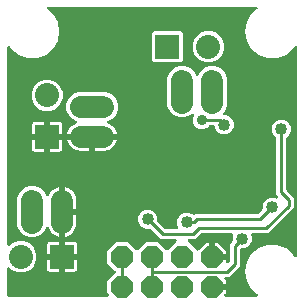
<source format=gbr>
G04 EAGLE Gerber RS-274X export*
G75*
%MOMM*%
%FSLAX34Y34*%
%LPD*%
%INBottom Copper*%
%IPPOS*%
%AMOC8*
5,1,8,0,0,1.08239X$1,22.5*%
G01*
%ADD10C,1.879600*%
%ADD11R,2.032000X2.032000*%
%ADD12C,2.032000*%
%ADD13P,2.034460X8X22.500000*%
%ADD14C,1.016000*%
%ADD15C,0.254000*%
%ADD16C,0.889000*%

G36*
X89453Y4336D02*
X89453Y4336D01*
X89591Y4349D01*
X89610Y4356D01*
X89630Y4359D01*
X89759Y4410D01*
X89890Y4457D01*
X89907Y4468D01*
X89926Y4476D01*
X90038Y4557D01*
X90154Y4635D01*
X90167Y4651D01*
X90183Y4662D01*
X90272Y4770D01*
X90364Y4874D01*
X90373Y4892D01*
X90386Y4907D01*
X90445Y5033D01*
X90509Y5157D01*
X90513Y5177D01*
X90522Y5195D01*
X90548Y5332D01*
X90578Y5467D01*
X90578Y5488D01*
X90581Y5507D01*
X90573Y5646D01*
X90569Y5785D01*
X90563Y5805D01*
X90562Y5825D01*
X90519Y5957D01*
X90480Y6091D01*
X90470Y6108D01*
X90464Y6127D01*
X90389Y6245D01*
X90319Y6365D01*
X90300Y6386D01*
X90293Y6396D01*
X90278Y6410D01*
X90212Y6485D01*
X89153Y7544D01*
X89153Y17856D01*
X95800Y24503D01*
X95873Y24597D01*
X95952Y24686D01*
X95970Y24722D01*
X95995Y24754D01*
X96043Y24863D01*
X96097Y24969D01*
X96105Y25008D01*
X96121Y25046D01*
X96140Y25163D01*
X96166Y25279D01*
X96165Y25320D01*
X96171Y25360D01*
X96160Y25478D01*
X96157Y25597D01*
X96145Y25636D01*
X96142Y25676D01*
X96101Y25789D01*
X96068Y25903D01*
X96048Y25938D01*
X96034Y25976D01*
X95967Y26074D01*
X95907Y26177D01*
X95867Y26222D01*
X95855Y26239D01*
X95840Y26252D01*
X95800Y26298D01*
X89153Y32944D01*
X89153Y43256D01*
X96444Y50547D01*
X106756Y50547D01*
X113402Y43900D01*
X113497Y43827D01*
X113586Y43748D01*
X113622Y43730D01*
X113654Y43705D01*
X113763Y43658D01*
X113869Y43603D01*
X113908Y43595D01*
X113946Y43579D01*
X114063Y43560D01*
X114179Y43534D01*
X114220Y43535D01*
X114260Y43529D01*
X114378Y43540D01*
X114497Y43543D01*
X114536Y43555D01*
X114576Y43558D01*
X114689Y43599D01*
X114803Y43632D01*
X114837Y43652D01*
X114876Y43666D01*
X114974Y43733D01*
X115077Y43793D01*
X115122Y43833D01*
X115139Y43845D01*
X115152Y43860D01*
X115197Y43900D01*
X121844Y50547D01*
X132156Y50547D01*
X138802Y43900D01*
X138897Y43827D01*
X138986Y43748D01*
X139022Y43730D01*
X139054Y43705D01*
X139163Y43658D01*
X139269Y43603D01*
X139308Y43595D01*
X139346Y43579D01*
X139463Y43560D01*
X139579Y43534D01*
X139620Y43535D01*
X139660Y43529D01*
X139778Y43540D01*
X139897Y43543D01*
X139936Y43555D01*
X139976Y43558D01*
X140089Y43599D01*
X140203Y43632D01*
X140237Y43652D01*
X140276Y43666D01*
X140374Y43733D01*
X140477Y43793D01*
X140522Y43833D01*
X140539Y43845D01*
X140552Y43860D01*
X140597Y43900D01*
X147362Y50665D01*
X147447Y50774D01*
X147536Y50881D01*
X147545Y50900D01*
X147557Y50916D01*
X147613Y51044D01*
X147672Y51169D01*
X147675Y51189D01*
X147684Y51208D01*
X147705Y51346D01*
X147731Y51482D01*
X147730Y51502D01*
X147733Y51522D01*
X147720Y51661D01*
X147712Y51799D01*
X147705Y51818D01*
X147704Y51838D01*
X147656Y51970D01*
X147614Y52101D01*
X147603Y52119D01*
X147596Y52138D01*
X147518Y52253D01*
X147443Y52370D01*
X147429Y52384D01*
X147417Y52401D01*
X147313Y52493D01*
X147212Y52588D01*
X147194Y52598D01*
X147179Y52611D01*
X147055Y52675D01*
X146933Y52742D01*
X146914Y52747D01*
X146896Y52756D01*
X146760Y52786D01*
X146625Y52821D01*
X146597Y52823D01*
X146585Y52826D01*
X146565Y52825D01*
X146465Y52831D01*
X134101Y52831D01*
X125583Y61350D01*
X125505Y61410D01*
X125432Y61478D01*
X125379Y61507D01*
X125332Y61544D01*
X125241Y61584D01*
X125154Y61632D01*
X125095Y61647D01*
X125040Y61671D01*
X124942Y61686D01*
X124846Y61711D01*
X124746Y61717D01*
X124726Y61721D01*
X124713Y61719D01*
X124685Y61721D01*
X121573Y61721D01*
X118585Y62959D01*
X116299Y65245D01*
X115061Y68233D01*
X115061Y71467D01*
X116299Y74455D01*
X118585Y76741D01*
X121573Y77979D01*
X124807Y77979D01*
X127795Y76741D01*
X130081Y74455D01*
X131319Y71467D01*
X131319Y68355D01*
X131331Y68256D01*
X131334Y68157D01*
X131351Y68099D01*
X131359Y68039D01*
X131395Y67947D01*
X131423Y67852D01*
X131453Y67800D01*
X131476Y67743D01*
X131534Y67663D01*
X131584Y67578D01*
X131650Y67503D01*
X131662Y67486D01*
X131672Y67478D01*
X131690Y67457D01*
X137307Y61840D01*
X137385Y61780D01*
X137458Y61712D01*
X137511Y61683D01*
X137558Y61646D01*
X137649Y61606D01*
X137736Y61558D01*
X137795Y61543D01*
X137850Y61519D01*
X137948Y61504D01*
X138044Y61479D01*
X138144Y61473D01*
X138164Y61469D01*
X138177Y61471D01*
X138205Y61469D01*
X147931Y61469D01*
X147981Y61475D01*
X148030Y61473D01*
X148138Y61495D01*
X148247Y61509D01*
X148293Y61527D01*
X148342Y61537D01*
X148441Y61585D01*
X148543Y61626D01*
X148583Y61655D01*
X148628Y61677D01*
X148711Y61748D01*
X148800Y61812D01*
X148832Y61851D01*
X148870Y61883D01*
X148933Y61973D01*
X149003Y62057D01*
X149024Y62102D01*
X149053Y62143D01*
X149092Y62246D01*
X149138Y62345D01*
X149148Y62394D01*
X149165Y62440D01*
X149178Y62550D01*
X149198Y62657D01*
X149195Y62707D01*
X149201Y62756D01*
X149185Y62865D01*
X149178Y62975D01*
X149163Y63022D01*
X149156Y63071D01*
X149104Y63224D01*
X148081Y65693D01*
X148081Y68927D01*
X149319Y71915D01*
X151605Y74201D01*
X154593Y75439D01*
X157827Y75439D01*
X160815Y74201D01*
X161182Y73834D01*
X161276Y73761D01*
X161365Y73682D01*
X161401Y73664D01*
X161433Y73639D01*
X161542Y73592D01*
X161648Y73538D01*
X161688Y73529D01*
X161725Y73513D01*
X161842Y73494D01*
X161958Y73468D01*
X161999Y73469D01*
X162039Y73463D01*
X162157Y73474D01*
X162276Y73478D01*
X162315Y73489D01*
X162355Y73493D01*
X162468Y73533D01*
X162582Y73566D01*
X162617Y73587D01*
X162655Y73600D01*
X162753Y73667D01*
X162856Y73728D01*
X162901Y73768D01*
X162918Y73779D01*
X162931Y73794D01*
X162977Y73834D01*
X163311Y74169D01*
X216125Y74169D01*
X216224Y74181D01*
X216323Y74184D01*
X216381Y74201D01*
X216441Y74209D01*
X216533Y74245D01*
X216628Y74273D01*
X216680Y74303D01*
X216737Y74326D01*
X216817Y74384D01*
X216902Y74434D01*
X216977Y74500D01*
X216994Y74512D01*
X217002Y74522D01*
X217023Y74540D01*
X220100Y77617D01*
X220160Y77695D01*
X220228Y77767D01*
X220257Y77820D01*
X220294Y77868D01*
X220334Y77959D01*
X220382Y78046D01*
X220397Y78105D01*
X220421Y78160D01*
X220436Y78258D01*
X220461Y78354D01*
X220467Y78454D01*
X220471Y78474D01*
X220469Y78487D01*
X220471Y78515D01*
X220471Y81627D01*
X221709Y84615D01*
X223995Y86901D01*
X226983Y88139D01*
X230217Y88139D01*
X231947Y87422D01*
X232014Y87404D01*
X232078Y87376D01*
X232167Y87362D01*
X232254Y87338D01*
X232323Y87337D01*
X232392Y87326D01*
X232482Y87335D01*
X232572Y87333D01*
X232639Y87349D01*
X232709Y87356D01*
X232794Y87386D01*
X232881Y87407D01*
X232943Y87440D01*
X233008Y87464D01*
X233083Y87514D01*
X233162Y87556D01*
X233214Y87603D01*
X233271Y87642D01*
X233331Y87709D01*
X233397Y87770D01*
X233436Y87828D01*
X233482Y87881D01*
X233523Y87961D01*
X233572Y88036D01*
X233595Y88102D01*
X233626Y88164D01*
X233646Y88251D01*
X233675Y88336D01*
X233681Y88406D01*
X233696Y88474D01*
X233693Y88564D01*
X233701Y88653D01*
X233689Y88722D01*
X233686Y88792D01*
X233661Y88878D01*
X233646Y88967D01*
X233617Y89030D01*
X233598Y89097D01*
X233552Y89175D01*
X233516Y89257D01*
X233472Y89311D01*
X233437Y89371D01*
X233330Y89492D01*
X231901Y90921D01*
X231901Y138347D01*
X231889Y138445D01*
X231886Y138544D01*
X231869Y138603D01*
X231861Y138663D01*
X231825Y138755D01*
X231797Y138850D01*
X231767Y138902D01*
X231744Y138958D01*
X231686Y139038D01*
X231636Y139124D01*
X231570Y139199D01*
X231558Y139216D01*
X231548Y139224D01*
X231530Y139245D01*
X229329Y141445D01*
X228091Y144433D01*
X228091Y147667D01*
X229329Y150655D01*
X231615Y152941D01*
X234603Y154179D01*
X237837Y154179D01*
X240825Y152941D01*
X243111Y150655D01*
X244349Y147667D01*
X244349Y144433D01*
X243111Y141445D01*
X240910Y139245D01*
X240850Y139166D01*
X240782Y139094D01*
X240753Y139041D01*
X240716Y138993D01*
X240676Y138902D01*
X240628Y138816D01*
X240613Y138757D01*
X240589Y138702D01*
X240574Y138604D01*
X240549Y138508D01*
X240543Y138408D01*
X240539Y138387D01*
X240541Y138375D01*
X240539Y138347D01*
X240539Y95025D01*
X240551Y94926D01*
X240554Y94827D01*
X240571Y94769D01*
X240579Y94709D01*
X240615Y94617D01*
X240643Y94522D01*
X240673Y94470D01*
X240696Y94413D01*
X240754Y94333D01*
X240804Y94248D01*
X240870Y94173D01*
X240882Y94156D01*
X240892Y94148D01*
X240910Y94127D01*
X246889Y88149D01*
X246889Y79491D01*
X225309Y57911D01*
X212005Y57911D01*
X211955Y57905D01*
X211906Y57907D01*
X211798Y57885D01*
X211689Y57871D01*
X211643Y57853D01*
X211594Y57843D01*
X211496Y57795D01*
X211393Y57754D01*
X211353Y57725D01*
X211308Y57703D01*
X211225Y57632D01*
X211136Y57568D01*
X211104Y57529D01*
X211066Y57497D01*
X211003Y57407D01*
X210933Y57323D01*
X210912Y57278D01*
X210883Y57237D01*
X210844Y57134D01*
X210798Y57035D01*
X210788Y56986D01*
X210771Y56940D01*
X210758Y56830D01*
X210738Y56723D01*
X210741Y56673D01*
X210735Y56624D01*
X210751Y56515D01*
X210758Y56405D01*
X210773Y56358D01*
X210780Y56309D01*
X210832Y56156D01*
X211329Y54957D01*
X211329Y51723D01*
X210091Y48735D01*
X207805Y46449D01*
X204817Y45211D01*
X202438Y45211D01*
X202320Y45196D01*
X202201Y45189D01*
X202163Y45176D01*
X202122Y45171D01*
X202012Y45128D01*
X201899Y45091D01*
X201864Y45069D01*
X201827Y45054D01*
X201731Y44985D01*
X201630Y44921D01*
X201602Y44891D01*
X201569Y44868D01*
X201493Y44776D01*
X201412Y44689D01*
X201392Y44654D01*
X201367Y44623D01*
X201316Y44515D01*
X201258Y44411D01*
X201248Y44371D01*
X201231Y44335D01*
X201209Y44218D01*
X201179Y44103D01*
X201175Y44043D01*
X201171Y44023D01*
X201173Y44002D01*
X201169Y43942D01*
X201169Y29961D01*
X192289Y21081D01*
X189367Y21081D01*
X189229Y21064D01*
X189090Y21051D01*
X189071Y21044D01*
X189051Y21041D01*
X188922Y20990D01*
X188791Y20943D01*
X188774Y20932D01*
X188756Y20924D01*
X188643Y20843D01*
X188528Y20765D01*
X188515Y20749D01*
X188498Y20738D01*
X188409Y20630D01*
X188318Y20526D01*
X188308Y20508D01*
X188295Y20493D01*
X188236Y20367D01*
X188173Y20243D01*
X188169Y20223D01*
X188160Y20205D01*
X188134Y20068D01*
X188103Y19933D01*
X188104Y19912D01*
X188100Y19893D01*
X188109Y19754D01*
X188113Y19615D01*
X188119Y19595D01*
X188120Y19575D01*
X188163Y19443D01*
X188201Y19309D01*
X188212Y19292D01*
X188218Y19273D01*
X188292Y19155D01*
X188363Y19035D01*
X188382Y19014D01*
X188388Y19004D01*
X188403Y18990D01*
X188469Y18915D01*
X189739Y17645D01*
X189739Y15239D01*
X179070Y15239D01*
X178952Y15224D01*
X178833Y15217D01*
X178795Y15204D01*
X178755Y15199D01*
X178644Y15156D01*
X178531Y15119D01*
X178497Y15097D01*
X178459Y15082D01*
X178363Y15012D01*
X178262Y14949D01*
X178234Y14919D01*
X178202Y14895D01*
X178126Y14804D01*
X178044Y14717D01*
X178025Y14682D01*
X177999Y14651D01*
X177948Y14543D01*
X177891Y14439D01*
X177880Y14399D01*
X177863Y14363D01*
X177841Y14246D01*
X177811Y14131D01*
X177807Y14070D01*
X177803Y14050D01*
X177805Y14030D01*
X177801Y13970D01*
X177801Y11430D01*
X177816Y11312D01*
X177823Y11193D01*
X177836Y11155D01*
X177841Y11114D01*
X177885Y11004D01*
X177921Y10891D01*
X177943Y10856D01*
X177958Y10819D01*
X178028Y10723D01*
X178091Y10622D01*
X178121Y10594D01*
X178145Y10561D01*
X178236Y10486D01*
X178323Y10404D01*
X178358Y10384D01*
X178390Y10359D01*
X178497Y10308D01*
X178602Y10250D01*
X178641Y10240D01*
X178677Y10223D01*
X178794Y10201D01*
X178909Y10171D01*
X178970Y10167D01*
X178990Y10163D01*
X179010Y10165D01*
X179070Y10161D01*
X189739Y10161D01*
X189739Y7755D01*
X188469Y6485D01*
X188384Y6376D01*
X188295Y6269D01*
X188287Y6250D01*
X188274Y6234D01*
X188219Y6106D01*
X188160Y5981D01*
X188156Y5961D01*
X188148Y5942D01*
X188126Y5804D01*
X188100Y5668D01*
X188101Y5648D01*
X188098Y5628D01*
X188111Y5489D01*
X188120Y5351D01*
X188126Y5332D01*
X188128Y5312D01*
X188175Y5180D01*
X188218Y5049D01*
X188229Y5031D01*
X188236Y5012D01*
X188314Y4897D01*
X188388Y4780D01*
X188403Y4766D01*
X188414Y4749D01*
X188519Y4657D01*
X188620Y4562D01*
X188637Y4552D01*
X188653Y4539D01*
X188777Y4475D01*
X188898Y4408D01*
X188918Y4403D01*
X188936Y4394D01*
X189072Y4364D01*
X189206Y4329D01*
X189234Y4327D01*
X189246Y4324D01*
X189267Y4325D01*
X189367Y4319D01*
X215067Y4319D01*
X215102Y4323D01*
X215137Y4321D01*
X215259Y4343D01*
X215382Y4359D01*
X215415Y4372D01*
X215450Y4378D01*
X215563Y4430D01*
X215678Y4476D01*
X215706Y4496D01*
X215739Y4511D01*
X215835Y4590D01*
X215935Y4662D01*
X215958Y4690D01*
X215985Y4712D01*
X216059Y4812D01*
X216138Y4907D01*
X216153Y4939D01*
X216174Y4968D01*
X216221Y5083D01*
X216274Y5195D01*
X216280Y5230D01*
X216293Y5263D01*
X216310Y5386D01*
X216333Y5507D01*
X216331Y5543D01*
X216336Y5578D01*
X216321Y5701D01*
X216314Y5825D01*
X216303Y5859D01*
X216298Y5894D01*
X216254Y6009D01*
X216216Y6127D01*
X216197Y6157D01*
X216184Y6190D01*
X216112Y6291D01*
X216045Y6396D01*
X216020Y6420D01*
X215999Y6449D01*
X215882Y6560D01*
X211015Y10644D01*
X207029Y17549D01*
X205645Y25400D01*
X207029Y33251D01*
X211015Y40155D01*
X217122Y45280D01*
X224614Y48007D01*
X232586Y48007D01*
X240078Y45280D01*
X246185Y40156D01*
X247313Y38202D01*
X247401Y38086D01*
X247486Y37968D01*
X247497Y37959D01*
X247505Y37949D01*
X247619Y37858D01*
X247731Y37765D01*
X247744Y37759D01*
X247754Y37751D01*
X247888Y37691D01*
X248019Y37630D01*
X248032Y37627D01*
X248045Y37622D01*
X248189Y37597D01*
X248332Y37570D01*
X248345Y37571D01*
X248358Y37568D01*
X248504Y37581D01*
X248649Y37590D01*
X248662Y37594D01*
X248675Y37595D01*
X248813Y37643D01*
X248951Y37688D01*
X248963Y37695D01*
X248976Y37699D01*
X249097Y37780D01*
X249220Y37858D01*
X249229Y37868D01*
X249241Y37875D01*
X249338Y37983D01*
X249438Y38089D01*
X249445Y38101D01*
X249454Y38111D01*
X249521Y38240D01*
X249592Y38368D01*
X249595Y38381D01*
X249601Y38393D01*
X249635Y38535D01*
X249671Y38676D01*
X249672Y38694D01*
X249674Y38702D01*
X249674Y38720D01*
X249681Y38837D01*
X249681Y215163D01*
X249663Y215308D01*
X249648Y215453D01*
X249643Y215466D01*
X249641Y215479D01*
X249588Y215614D01*
X249537Y215751D01*
X249529Y215762D01*
X249524Y215775D01*
X249439Y215892D01*
X249356Y216012D01*
X249345Y216021D01*
X249338Y216032D01*
X249226Y216125D01*
X249115Y216220D01*
X249103Y216226D01*
X249093Y216235D01*
X248961Y216297D01*
X248830Y216362D01*
X248817Y216365D01*
X248805Y216370D01*
X248663Y216398D01*
X248519Y216428D01*
X248506Y216428D01*
X248493Y216430D01*
X248348Y216421D01*
X248202Y216415D01*
X248188Y216411D01*
X248175Y216410D01*
X248037Y216366D01*
X247897Y216324D01*
X247885Y216317D01*
X247873Y216312D01*
X247750Y216235D01*
X247625Y216159D01*
X247615Y216149D01*
X247604Y216142D01*
X247504Y216036D01*
X247402Y215932D01*
X247392Y215917D01*
X247386Y215911D01*
X247378Y215896D01*
X247313Y215798D01*
X246185Y213845D01*
X240078Y208720D01*
X232586Y205993D01*
X224614Y205993D01*
X217122Y208720D01*
X211015Y213844D01*
X207029Y220749D01*
X205645Y228600D01*
X207029Y236451D01*
X211015Y243355D01*
X215882Y247440D01*
X215906Y247466D01*
X215935Y247486D01*
X216014Y247582D01*
X216099Y247673D01*
X216115Y247704D01*
X216138Y247731D01*
X216191Y247844D01*
X216250Y247953D01*
X216258Y247987D01*
X216274Y248019D01*
X216297Y248141D01*
X216327Y248261D01*
X216327Y248297D01*
X216333Y248332D01*
X216326Y248455D01*
X216325Y248579D01*
X216316Y248614D01*
X216314Y248649D01*
X216275Y248767D01*
X216244Y248887D01*
X216226Y248918D01*
X216216Y248951D01*
X216149Y249056D01*
X216089Y249165D01*
X216064Y249190D01*
X216045Y249220D01*
X215955Y249305D01*
X215870Y249395D01*
X215840Y249414D01*
X215814Y249438D01*
X215705Y249498D01*
X215600Y249564D01*
X215566Y249575D01*
X215535Y249592D01*
X215415Y249623D01*
X215297Y249660D01*
X215262Y249662D01*
X215227Y249671D01*
X215067Y249681D01*
X38933Y249681D01*
X38898Y249677D01*
X38863Y249679D01*
X38741Y249657D01*
X38618Y249641D01*
X38585Y249628D01*
X38550Y249622D01*
X38437Y249570D01*
X38322Y249524D01*
X38294Y249504D01*
X38261Y249489D01*
X38165Y249410D01*
X38065Y249338D01*
X38042Y249310D01*
X38015Y249288D01*
X37941Y249188D01*
X37862Y249093D01*
X37847Y249061D01*
X37826Y249032D01*
X37779Y248917D01*
X37726Y248805D01*
X37720Y248770D01*
X37707Y248737D01*
X37690Y248614D01*
X37667Y248493D01*
X37669Y248457D01*
X37664Y248422D01*
X37679Y248299D01*
X37686Y248175D01*
X37697Y248141D01*
X37702Y248106D01*
X37746Y247991D01*
X37784Y247873D01*
X37803Y247843D01*
X37816Y247810D01*
X37888Y247709D01*
X37955Y247604D01*
X37980Y247580D01*
X38001Y247551D01*
X38118Y247440D01*
X42985Y243356D01*
X46971Y236451D01*
X48355Y228600D01*
X46971Y220749D01*
X42985Y213845D01*
X36878Y208720D01*
X29386Y205993D01*
X21414Y205993D01*
X13922Y208720D01*
X7815Y213844D01*
X6687Y215798D01*
X6599Y215914D01*
X6514Y216032D01*
X6503Y216041D01*
X6495Y216051D01*
X6381Y216142D01*
X6269Y216235D01*
X6256Y216241D01*
X6246Y216249D01*
X6112Y216309D01*
X5981Y216370D01*
X5968Y216373D01*
X5955Y216378D01*
X5811Y216403D01*
X5668Y216430D01*
X5655Y216429D01*
X5642Y216432D01*
X5496Y216419D01*
X5351Y216410D01*
X5338Y216406D01*
X5325Y216405D01*
X5187Y216357D01*
X5049Y216312D01*
X5037Y216305D01*
X5024Y216301D01*
X4903Y216220D01*
X4780Y216142D01*
X4771Y216132D01*
X4759Y216125D01*
X4662Y216017D01*
X4562Y215911D01*
X4555Y215899D01*
X4546Y215889D01*
X4479Y215760D01*
X4408Y215632D01*
X4405Y215619D01*
X4399Y215607D01*
X4365Y215465D01*
X4329Y215324D01*
X4328Y215306D01*
X4326Y215298D01*
X4326Y215280D01*
X4319Y215163D01*
X4319Y48363D01*
X4336Y48225D01*
X4349Y48087D01*
X4356Y48067D01*
X4359Y48047D01*
X4410Y47919D01*
X4457Y47787D01*
X4468Y47771D01*
X4476Y47752D01*
X4557Y47639D01*
X4635Y47524D01*
X4651Y47511D01*
X4662Y47494D01*
X4770Y47406D01*
X4874Y47314D01*
X4892Y47305D01*
X4907Y47292D01*
X5033Y47232D01*
X5157Y47169D01*
X5177Y47165D01*
X5195Y47156D01*
X5332Y47130D01*
X5467Y47099D01*
X5488Y47100D01*
X5507Y47096D01*
X5646Y47105D01*
X5785Y47109D01*
X5805Y47115D01*
X5825Y47116D01*
X5957Y47159D01*
X6091Y47198D01*
X6108Y47208D01*
X6127Y47214D01*
X6245Y47289D01*
X6365Y47359D01*
X6386Y47378D01*
X6396Y47384D01*
X6410Y47399D01*
X6485Y47465D01*
X8318Y49298D01*
X13173Y51309D01*
X18427Y51309D01*
X23282Y49298D01*
X26998Y45582D01*
X29009Y40727D01*
X29009Y35473D01*
X26998Y30618D01*
X23282Y26902D01*
X18427Y24891D01*
X13173Y24891D01*
X8318Y26902D01*
X6485Y28735D01*
X6376Y28820D01*
X6269Y28908D01*
X6250Y28917D01*
X6234Y28929D01*
X6106Y28985D01*
X5981Y29044D01*
X5961Y29048D01*
X5942Y29056D01*
X5804Y29078D01*
X5668Y29104D01*
X5648Y29102D01*
X5628Y29106D01*
X5489Y29093D01*
X5351Y29084D01*
X5332Y29078D01*
X5312Y29076D01*
X5180Y29029D01*
X5049Y28986D01*
X5031Y28975D01*
X5012Y28968D01*
X4897Y28890D01*
X4780Y28816D01*
X4766Y28801D01*
X4749Y28790D01*
X4657Y28685D01*
X4562Y28584D01*
X4552Y28566D01*
X4539Y28551D01*
X4475Y28427D01*
X4408Y28306D01*
X4403Y28286D01*
X4394Y28268D01*
X4364Y28132D01*
X4329Y27998D01*
X4327Y27970D01*
X4324Y27958D01*
X4325Y27937D01*
X4319Y27837D01*
X4319Y5588D01*
X4334Y5470D01*
X4341Y5351D01*
X4354Y5313D01*
X4359Y5272D01*
X4402Y5162D01*
X4439Y5049D01*
X4461Y5014D01*
X4476Y4977D01*
X4545Y4881D01*
X4609Y4780D01*
X4639Y4752D01*
X4662Y4719D01*
X4754Y4643D01*
X4841Y4562D01*
X4876Y4542D01*
X4907Y4517D01*
X5015Y4466D01*
X5119Y4408D01*
X5159Y4398D01*
X5195Y4381D01*
X5312Y4359D01*
X5427Y4329D01*
X5487Y4325D01*
X5507Y4321D01*
X5528Y4323D01*
X5588Y4319D01*
X89315Y4319D01*
X89453Y4336D01*
G37*
%LPC*%
G36*
X186343Y141731D02*
X186343Y141731D01*
X183355Y142969D01*
X181069Y145255D01*
X179811Y148293D01*
X179809Y148319D01*
X179796Y148357D01*
X179791Y148398D01*
X179748Y148508D01*
X179711Y148621D01*
X179689Y148656D01*
X179674Y148693D01*
X179605Y148789D01*
X179541Y148890D01*
X179511Y148918D01*
X179488Y148951D01*
X179396Y149027D01*
X179309Y149108D01*
X179274Y149128D01*
X179243Y149153D01*
X179135Y149204D01*
X179031Y149262D01*
X178991Y149272D01*
X178955Y149289D01*
X178838Y149311D01*
X178723Y149341D01*
X178663Y149345D01*
X178643Y149349D01*
X178622Y149347D01*
X178562Y149351D01*
X175715Y149351D01*
X175617Y149339D01*
X175518Y149336D01*
X175459Y149319D01*
X175399Y149311D01*
X175307Y149275D01*
X175212Y149247D01*
X175160Y149217D01*
X175104Y149194D01*
X175023Y149136D01*
X174938Y149086D01*
X174863Y149020D01*
X174846Y149008D01*
X174838Y148998D01*
X174817Y148980D01*
X173155Y147317D01*
X170401Y146176D01*
X167419Y146176D01*
X164665Y147317D01*
X162557Y149425D01*
X161416Y152179D01*
X161416Y155161D01*
X162266Y157213D01*
X162285Y157280D01*
X162312Y157344D01*
X162326Y157433D01*
X162350Y157519D01*
X162351Y157589D01*
X162362Y157658D01*
X162354Y157747D01*
X162355Y157837D01*
X162339Y157905D01*
X162332Y157975D01*
X162302Y158059D01*
X162281Y158147D01*
X162248Y158208D01*
X162225Y158274D01*
X162174Y158348D01*
X162132Y158428D01*
X162085Y158479D01*
X162046Y158537D01*
X161979Y158597D01*
X161918Y158663D01*
X161860Y158701D01*
X161808Y158748D01*
X161728Y158788D01*
X161653Y158838D01*
X161587Y158860D01*
X161525Y158892D01*
X161437Y158912D01*
X161352Y158941D01*
X161282Y158947D01*
X161214Y158962D01*
X161125Y158959D01*
X161035Y158966D01*
X160966Y158954D01*
X160896Y158952D01*
X160810Y158927D01*
X160722Y158912D01*
X160658Y158883D01*
X160591Y158864D01*
X160513Y158818D01*
X160432Y158781D01*
X160377Y158738D01*
X160317Y158702D01*
X160196Y158596D01*
X159451Y157850D01*
X154876Y155955D01*
X149924Y155955D01*
X145350Y157850D01*
X141848Y161352D01*
X139953Y165926D01*
X139953Y189674D01*
X141848Y194248D01*
X145350Y197750D01*
X149924Y199645D01*
X154876Y199645D01*
X159450Y197750D01*
X162952Y194249D01*
X163927Y191893D01*
X163996Y191772D01*
X164061Y191650D01*
X164075Y191635D01*
X164085Y191617D01*
X164182Y191517D01*
X164275Y191414D01*
X164292Y191403D01*
X164306Y191389D01*
X164424Y191316D01*
X164541Y191240D01*
X164560Y191233D01*
X164577Y191222D01*
X164710Y191182D01*
X164842Y191136D01*
X164862Y191135D01*
X164881Y191129D01*
X165020Y191122D01*
X165159Y191111D01*
X165179Y191115D01*
X165199Y191114D01*
X165335Y191142D01*
X165472Y191166D01*
X165491Y191174D01*
X165510Y191178D01*
X165635Y191239D01*
X165762Y191296D01*
X165778Y191309D01*
X165796Y191318D01*
X165902Y191408D01*
X166010Y191495D01*
X166023Y191511D01*
X166038Y191524D01*
X166118Y191638D01*
X166202Y191749D01*
X166214Y191774D01*
X166221Y191784D01*
X166228Y191803D01*
X166273Y191893D01*
X167248Y194248D01*
X170750Y197750D01*
X175324Y199645D01*
X180276Y199645D01*
X184850Y197750D01*
X188352Y194248D01*
X190247Y189674D01*
X190247Y165926D01*
X188352Y161352D01*
X187156Y160155D01*
X187071Y160046D01*
X186982Y159939D01*
X186973Y159920D01*
X186961Y159904D01*
X186906Y159777D01*
X186846Y159651D01*
X186843Y159631D01*
X186835Y159612D01*
X186813Y159474D01*
X186787Y159338D01*
X186788Y159318D01*
X186785Y159298D01*
X186798Y159159D01*
X186806Y159021D01*
X186813Y159002D01*
X186814Y158982D01*
X186862Y158850D01*
X186904Y158719D01*
X186915Y158701D01*
X186922Y158682D01*
X187000Y158567D01*
X187075Y158450D01*
X187089Y158436D01*
X187101Y158419D01*
X187205Y158327D01*
X187306Y158232D01*
X187324Y158222D01*
X187339Y158209D01*
X187463Y158145D01*
X187585Y158078D01*
X187604Y158073D01*
X187622Y158064D01*
X187758Y158034D01*
X187893Y157999D01*
X187921Y157997D01*
X187933Y157994D01*
X187953Y157995D01*
X188053Y157989D01*
X189577Y157989D01*
X192565Y156751D01*
X194851Y154465D01*
X196089Y151477D01*
X196089Y148243D01*
X194851Y145255D01*
X192565Y142969D01*
X189577Y141731D01*
X186343Y141731D01*
G37*
%LPD*%
%LPC*%
G36*
X76199Y139699D02*
X76199Y139699D01*
X76199Y140970D01*
X76184Y141088D01*
X76177Y141207D01*
X76164Y141245D01*
X76159Y141285D01*
X76115Y141396D01*
X76079Y141509D01*
X76057Y141544D01*
X76042Y141581D01*
X75972Y141677D01*
X75909Y141778D01*
X75879Y141806D01*
X75855Y141839D01*
X75764Y141914D01*
X75677Y141996D01*
X75642Y142016D01*
X75610Y142041D01*
X75503Y142092D01*
X75398Y142150D01*
X75359Y142160D01*
X75323Y142177D01*
X75206Y142199D01*
X75091Y142229D01*
X75030Y142233D01*
X75010Y142237D01*
X74990Y142235D01*
X74930Y142239D01*
X55117Y142239D01*
X55157Y142496D01*
X55738Y144283D01*
X56591Y145957D01*
X57696Y147478D01*
X59024Y148806D01*
X60545Y149911D01*
X62219Y150764D01*
X62684Y150915D01*
X62711Y150928D01*
X62740Y150935D01*
X62854Y150995D01*
X62972Y151050D01*
X62995Y151069D01*
X63021Y151083D01*
X63117Y151170D01*
X63217Y151253D01*
X63234Y151277D01*
X63256Y151297D01*
X63328Y151406D01*
X63404Y151510D01*
X63415Y151538D01*
X63431Y151563D01*
X63473Y151686D01*
X63521Y151806D01*
X63525Y151836D01*
X63534Y151864D01*
X63545Y151993D01*
X63561Y152121D01*
X63557Y152151D01*
X63560Y152181D01*
X63537Y152309D01*
X63521Y152437D01*
X63510Y152465D01*
X63505Y152494D01*
X63452Y152612D01*
X63404Y152733D01*
X63387Y152757D01*
X63375Y152784D01*
X63294Y152885D01*
X63218Y152990D01*
X63195Y153009D01*
X63176Y153033D01*
X63072Y153111D01*
X62973Y153193D01*
X62946Y153206D01*
X62922Y153224D01*
X62777Y153295D01*
X59752Y154548D01*
X56250Y158050D01*
X54355Y162624D01*
X54355Y167576D01*
X56250Y172150D01*
X59752Y175652D01*
X64326Y177547D01*
X88074Y177547D01*
X92648Y175652D01*
X96150Y172150D01*
X98045Y167576D01*
X98045Y162624D01*
X96150Y158050D01*
X92648Y154548D01*
X89623Y153295D01*
X89597Y153280D01*
X89568Y153271D01*
X89459Y153201D01*
X89346Y153137D01*
X89325Y153116D01*
X89300Y153100D01*
X89211Y153006D01*
X89118Y152916D01*
X89102Y152890D01*
X89082Y152869D01*
X89019Y152755D01*
X88952Y152645D01*
X88943Y152616D01*
X88929Y152590D01*
X88896Y152465D01*
X88858Y152341D01*
X88857Y152311D01*
X88849Y152282D01*
X88849Y152152D01*
X88843Y152023D01*
X88849Y151994D01*
X88849Y151964D01*
X88881Y151839D01*
X88907Y151712D01*
X88920Y151685D01*
X88928Y151656D01*
X88990Y151543D01*
X89047Y151426D01*
X89066Y151403D01*
X89081Y151377D01*
X89169Y151283D01*
X89253Y151184D01*
X89278Y151167D01*
X89298Y151145D01*
X89407Y151076D01*
X89513Y151001D01*
X89541Y150990D01*
X89567Y150974D01*
X89716Y150915D01*
X90181Y150764D01*
X91855Y149911D01*
X93376Y148806D01*
X94704Y147478D01*
X95809Y145957D01*
X96662Y144283D01*
X97243Y142496D01*
X97283Y142239D01*
X77470Y142239D01*
X77352Y142224D01*
X77233Y142217D01*
X77195Y142204D01*
X77155Y142199D01*
X77044Y142156D01*
X76931Y142119D01*
X76897Y142097D01*
X76859Y142082D01*
X76763Y142012D01*
X76662Y141949D01*
X76634Y141919D01*
X76602Y141895D01*
X76526Y141804D01*
X76444Y141717D01*
X76425Y141682D01*
X76399Y141651D01*
X76348Y141543D01*
X76291Y141439D01*
X76280Y141399D01*
X76263Y141363D01*
X76241Y141246D01*
X76211Y141131D01*
X76207Y141070D01*
X76203Y141050D01*
X76205Y141030D01*
X76201Y140970D01*
X76201Y139699D01*
X76199Y139699D01*
G37*
%LPD*%
%LPC*%
G36*
X22924Y54355D02*
X22924Y54355D01*
X18350Y56250D01*
X14848Y59752D01*
X12953Y64326D01*
X12953Y88074D01*
X14848Y92648D01*
X18350Y96150D01*
X22924Y98045D01*
X27876Y98045D01*
X32450Y96150D01*
X35952Y92648D01*
X37205Y89623D01*
X37220Y89597D01*
X37229Y89568D01*
X37299Y89459D01*
X37363Y89346D01*
X37384Y89325D01*
X37400Y89300D01*
X37494Y89211D01*
X37584Y89118D01*
X37610Y89102D01*
X37631Y89082D01*
X37745Y89019D01*
X37855Y88952D01*
X37884Y88943D01*
X37910Y88929D01*
X38035Y88896D01*
X38159Y88858D01*
X38189Y88857D01*
X38218Y88849D01*
X38348Y88849D01*
X38477Y88843D01*
X38506Y88849D01*
X38536Y88849D01*
X38661Y88881D01*
X38788Y88907D01*
X38815Y88920D01*
X38844Y88928D01*
X38957Y88990D01*
X39074Y89047D01*
X39097Y89066D01*
X39123Y89081D01*
X39217Y89169D01*
X39316Y89253D01*
X39333Y89278D01*
X39355Y89298D01*
X39424Y89407D01*
X39499Y89513D01*
X39510Y89541D01*
X39526Y89567D01*
X39585Y89716D01*
X39736Y90181D01*
X40589Y91855D01*
X41694Y93376D01*
X43022Y94704D01*
X44543Y95809D01*
X46217Y96662D01*
X48004Y97243D01*
X48261Y97283D01*
X48261Y77470D01*
X48276Y77352D01*
X48283Y77233D01*
X48296Y77195D01*
X48301Y77155D01*
X48344Y77044D01*
X48381Y76931D01*
X48403Y76897D01*
X48418Y76859D01*
X48488Y76763D01*
X48551Y76662D01*
X48581Y76634D01*
X48604Y76602D01*
X48696Y76526D01*
X48783Y76444D01*
X48818Y76425D01*
X48849Y76399D01*
X48957Y76348D01*
X49061Y76291D01*
X49101Y76280D01*
X49137Y76263D01*
X49254Y76241D01*
X49369Y76211D01*
X49430Y76207D01*
X49450Y76203D01*
X49470Y76205D01*
X49530Y76201D01*
X50801Y76201D01*
X50801Y76199D01*
X49530Y76199D01*
X49412Y76184D01*
X49293Y76177D01*
X49255Y76164D01*
X49214Y76159D01*
X49104Y76115D01*
X48991Y76079D01*
X48956Y76057D01*
X48919Y76042D01*
X48823Y75972D01*
X48722Y75909D01*
X48694Y75879D01*
X48661Y75855D01*
X48586Y75764D01*
X48504Y75677D01*
X48484Y75642D01*
X48459Y75610D01*
X48408Y75503D01*
X48350Y75398D01*
X48340Y75359D01*
X48323Y75323D01*
X48301Y75206D01*
X48271Y75091D01*
X48267Y75030D01*
X48263Y75010D01*
X48265Y74990D01*
X48261Y74930D01*
X48261Y55117D01*
X48004Y55157D01*
X46217Y55738D01*
X44543Y56591D01*
X43022Y57696D01*
X41694Y59024D01*
X40589Y60545D01*
X39736Y62219D01*
X39585Y62684D01*
X39572Y62711D01*
X39565Y62740D01*
X39505Y62854D01*
X39450Y62972D01*
X39431Y62995D01*
X39417Y63021D01*
X39330Y63117D01*
X39247Y63217D01*
X39223Y63234D01*
X39203Y63256D01*
X39094Y63328D01*
X38990Y63404D01*
X38962Y63415D01*
X38937Y63431D01*
X38814Y63473D01*
X38694Y63521D01*
X38664Y63525D01*
X38636Y63534D01*
X38507Y63545D01*
X38379Y63561D01*
X38349Y63557D01*
X38319Y63560D01*
X38191Y63537D01*
X38063Y63521D01*
X38035Y63510D01*
X38006Y63505D01*
X37888Y63452D01*
X37767Y63404D01*
X37743Y63387D01*
X37716Y63375D01*
X37615Y63294D01*
X37510Y63218D01*
X37491Y63195D01*
X37467Y63176D01*
X37389Y63072D01*
X37307Y62973D01*
X37294Y62946D01*
X37276Y62922D01*
X37205Y62777D01*
X35952Y59752D01*
X32450Y56250D01*
X27876Y54355D01*
X22924Y54355D01*
G37*
%LPD*%
%LPC*%
G36*
X128277Y202691D02*
X128277Y202691D01*
X126491Y204477D01*
X126491Y227323D01*
X128277Y229109D01*
X151123Y229109D01*
X152909Y227323D01*
X152909Y204477D01*
X151123Y202691D01*
X128277Y202691D01*
G37*
%LPD*%
G36*
X191066Y32553D02*
X191066Y32553D01*
X191205Y32557D01*
X191225Y32562D01*
X191245Y32564D01*
X191377Y32606D01*
X191511Y32645D01*
X191528Y32655D01*
X191547Y32662D01*
X191665Y32736D01*
X191785Y32807D01*
X191806Y32825D01*
X191816Y32832D01*
X191830Y32847D01*
X191905Y32913D01*
X192160Y33167D01*
X192220Y33245D01*
X192288Y33318D01*
X192317Y33371D01*
X192354Y33418D01*
X192394Y33509D01*
X192442Y33596D01*
X192457Y33655D01*
X192481Y33710D01*
X192496Y33808D01*
X192521Y33904D01*
X192527Y34004D01*
X192531Y34024D01*
X192529Y34037D01*
X192531Y34065D01*
X192531Y48779D01*
X194700Y50947D01*
X194760Y51025D01*
X194828Y51098D01*
X194857Y51151D01*
X194894Y51198D01*
X194934Y51289D01*
X194982Y51376D01*
X194997Y51435D01*
X195021Y51490D01*
X195036Y51588D01*
X195061Y51684D01*
X195067Y51784D01*
X195071Y51804D01*
X195069Y51817D01*
X195071Y51845D01*
X195071Y54957D01*
X195568Y56156D01*
X195581Y56204D01*
X195602Y56249D01*
X195623Y56357D01*
X195652Y56463D01*
X195653Y56513D01*
X195662Y56562D01*
X195655Y56671D01*
X195657Y56781D01*
X195645Y56829D01*
X195642Y56879D01*
X195609Y56983D01*
X195583Y57090D01*
X195560Y57134D01*
X195544Y57181D01*
X195486Y57274D01*
X195434Y57371D01*
X195401Y57408D01*
X195374Y57450D01*
X195294Y57525D01*
X195220Y57607D01*
X195179Y57634D01*
X195143Y57668D01*
X195046Y57721D01*
X194955Y57781D01*
X194908Y57798D01*
X194864Y57822D01*
X194758Y57849D01*
X194654Y57885D01*
X194604Y57889D01*
X194556Y57901D01*
X194395Y57911D01*
X168685Y57911D01*
X168586Y57899D01*
X168487Y57896D01*
X168429Y57879D01*
X168369Y57871D01*
X168277Y57835D01*
X168182Y57807D01*
X168130Y57777D01*
X168073Y57754D01*
X167993Y57696D01*
X167908Y57646D01*
X167833Y57580D01*
X167816Y57568D01*
X167808Y57558D01*
X167787Y57540D01*
X163079Y52831D01*
X158335Y52831D01*
X158198Y52814D01*
X158059Y52801D01*
X158040Y52794D01*
X158020Y52791D01*
X157891Y52740D01*
X157760Y52693D01*
X157743Y52682D01*
X157724Y52674D01*
X157612Y52593D01*
X157497Y52515D01*
X157483Y52499D01*
X157467Y52488D01*
X157378Y52380D01*
X157286Y52276D01*
X157277Y52258D01*
X157264Y52243D01*
X157205Y52117D01*
X157141Y51993D01*
X157137Y51973D01*
X157128Y51955D01*
X157102Y51819D01*
X157072Y51683D01*
X157072Y51662D01*
X157069Y51643D01*
X157077Y51504D01*
X157081Y51365D01*
X157087Y51345D01*
X157088Y51325D01*
X157131Y51193D01*
X157170Y51059D01*
X157180Y51042D01*
X157186Y51023D01*
X157261Y50905D01*
X157331Y50785D01*
X157350Y50764D01*
X157357Y50754D01*
X157371Y50740D01*
X157438Y50665D01*
X164562Y43541D01*
X164656Y43468D01*
X164745Y43389D01*
X164781Y43370D01*
X164813Y43346D01*
X164922Y43298D01*
X165028Y43244D01*
X165068Y43235D01*
X165105Y43219D01*
X165223Y43201D01*
X165339Y43175D01*
X165379Y43176D01*
X165419Y43169D01*
X165538Y43181D01*
X165656Y43184D01*
X165695Y43195D01*
X165736Y43199D01*
X165848Y43240D01*
X165962Y43273D01*
X165997Y43293D01*
X166035Y43307D01*
X166134Y43374D01*
X166236Y43434D01*
X166281Y43474D01*
X166298Y43485D01*
X166311Y43501D01*
X166357Y43541D01*
X172855Y50039D01*
X175261Y50039D01*
X175261Y39370D01*
X175276Y39252D01*
X175283Y39133D01*
X175296Y39095D01*
X175301Y39055D01*
X175344Y38944D01*
X175381Y38831D01*
X175403Y38797D01*
X175418Y38759D01*
X175488Y38663D01*
X175551Y38562D01*
X175581Y38534D01*
X175604Y38502D01*
X175696Y38426D01*
X175783Y38344D01*
X175818Y38325D01*
X175849Y38299D01*
X175957Y38248D01*
X176061Y38191D01*
X176101Y38180D01*
X176137Y38163D01*
X176254Y38141D01*
X176369Y38111D01*
X176430Y38107D01*
X176450Y38103D01*
X176470Y38105D01*
X176530Y38101D01*
X177801Y38101D01*
X177801Y36830D01*
X177816Y36712D01*
X177823Y36593D01*
X177836Y36555D01*
X177841Y36514D01*
X177885Y36404D01*
X177921Y36291D01*
X177943Y36256D01*
X177958Y36219D01*
X178028Y36123D01*
X178091Y36022D01*
X178121Y35994D01*
X178145Y35961D01*
X178236Y35886D01*
X178323Y35804D01*
X178358Y35784D01*
X178390Y35759D01*
X178497Y35708D01*
X178602Y35650D01*
X178641Y35640D01*
X178677Y35623D01*
X178794Y35601D01*
X178909Y35571D01*
X178970Y35567D01*
X178990Y35563D01*
X179010Y35565D01*
X179070Y35561D01*
X189739Y35561D01*
X189739Y33811D01*
X189756Y33673D01*
X189769Y33534D01*
X189776Y33515D01*
X189779Y33495D01*
X189830Y33366D01*
X189877Y33235D01*
X189888Y33218D01*
X189896Y33199D01*
X189977Y33087D01*
X190055Y32972D01*
X190071Y32958D01*
X190082Y32942D01*
X190190Y32853D01*
X190294Y32761D01*
X190312Y32752D01*
X190327Y32739D01*
X190453Y32680D01*
X190577Y32617D01*
X190597Y32612D01*
X190615Y32604D01*
X190751Y32578D01*
X190887Y32547D01*
X190908Y32548D01*
X190927Y32544D01*
X191066Y32553D01*
G37*
%LPC*%
G36*
X172073Y202691D02*
X172073Y202691D01*
X167218Y204702D01*
X163502Y208418D01*
X161491Y213273D01*
X161491Y218527D01*
X163502Y223382D01*
X167218Y227098D01*
X172073Y229109D01*
X177327Y229109D01*
X182182Y227098D01*
X185898Y223382D01*
X187909Y218527D01*
X187909Y213273D01*
X185898Y208418D01*
X182182Y204702D01*
X177327Y202691D01*
X172073Y202691D01*
G37*
%LPD*%
%LPC*%
G36*
X35473Y161491D02*
X35473Y161491D01*
X30618Y163502D01*
X26902Y167218D01*
X24891Y172073D01*
X24891Y177327D01*
X26902Y182182D01*
X30618Y185898D01*
X35473Y187909D01*
X40727Y187909D01*
X45582Y185898D01*
X49298Y182182D01*
X51309Y177327D01*
X51309Y172073D01*
X49298Y167218D01*
X45582Y163502D01*
X40727Y161491D01*
X35473Y161491D01*
G37*
%LPD*%
%LPC*%
G36*
X53339Y78739D02*
X53339Y78739D01*
X53339Y97283D01*
X53596Y97243D01*
X55383Y96662D01*
X57057Y95809D01*
X58578Y94704D01*
X59906Y93376D01*
X61011Y91855D01*
X61864Y90181D01*
X62445Y88394D01*
X62739Y86538D01*
X62739Y78739D01*
X53339Y78739D01*
G37*
%LPD*%
%LPC*%
G36*
X53339Y73661D02*
X53339Y73661D01*
X62739Y73661D01*
X62739Y65862D01*
X62445Y64006D01*
X61864Y62219D01*
X61011Y60545D01*
X59906Y59024D01*
X58578Y57696D01*
X57057Y56591D01*
X55383Y55738D01*
X53596Y55157D01*
X53339Y55117D01*
X53339Y73661D01*
G37*
%LPD*%
%LPC*%
G36*
X78739Y127761D02*
X78739Y127761D01*
X78739Y137161D01*
X97283Y137161D01*
X97243Y136904D01*
X96662Y135117D01*
X95809Y133443D01*
X94704Y131922D01*
X93376Y130594D01*
X91855Y129489D01*
X90181Y128636D01*
X88394Y128055D01*
X86538Y127761D01*
X78739Y127761D01*
G37*
%LPD*%
%LPC*%
G36*
X65862Y127761D02*
X65862Y127761D01*
X64006Y128055D01*
X62219Y128636D01*
X60545Y129489D01*
X59024Y130594D01*
X57696Y131922D01*
X56591Y133443D01*
X55738Y135117D01*
X55157Y136904D01*
X55117Y137161D01*
X73661Y137161D01*
X73661Y127761D01*
X65862Y127761D01*
G37*
%LPD*%
%LPC*%
G36*
X53339Y40639D02*
X53339Y40639D01*
X53339Y50801D01*
X61294Y50801D01*
X61941Y50628D01*
X62520Y50293D01*
X62993Y49820D01*
X63328Y49241D01*
X63501Y48594D01*
X63501Y40639D01*
X53339Y40639D01*
G37*
%LPD*%
%LPC*%
G36*
X40639Y142239D02*
X40639Y142239D01*
X40639Y152401D01*
X48594Y152401D01*
X49241Y152228D01*
X49820Y151893D01*
X50293Y151420D01*
X50628Y150841D01*
X50801Y150194D01*
X50801Y142239D01*
X40639Y142239D01*
G37*
%LPD*%
%LPC*%
G36*
X25399Y142239D02*
X25399Y142239D01*
X25399Y150194D01*
X25572Y150841D01*
X25907Y151420D01*
X26380Y151893D01*
X26959Y152228D01*
X27606Y152401D01*
X35561Y152401D01*
X35561Y142239D01*
X25399Y142239D01*
G37*
%LPD*%
%LPC*%
G36*
X40639Y137161D02*
X40639Y137161D01*
X50801Y137161D01*
X50801Y129206D01*
X50628Y128559D01*
X50293Y127980D01*
X49820Y127507D01*
X49241Y127172D01*
X48594Y126999D01*
X40639Y126999D01*
X40639Y137161D01*
G37*
%LPD*%
%LPC*%
G36*
X38099Y40639D02*
X38099Y40639D01*
X38099Y48594D01*
X38272Y49241D01*
X38607Y49820D01*
X39080Y50293D01*
X39659Y50628D01*
X40306Y50801D01*
X48261Y50801D01*
X48261Y40639D01*
X38099Y40639D01*
G37*
%LPD*%
%LPC*%
G36*
X40306Y25399D02*
X40306Y25399D01*
X39659Y25572D01*
X39080Y25907D01*
X38607Y26380D01*
X38272Y26959D01*
X38099Y27606D01*
X38099Y35561D01*
X48261Y35561D01*
X48261Y25399D01*
X40306Y25399D01*
G37*
%LPD*%
%LPC*%
G36*
X53339Y25399D02*
X53339Y25399D01*
X53339Y35561D01*
X63501Y35561D01*
X63501Y27606D01*
X63328Y26959D01*
X62993Y26380D01*
X62520Y25907D01*
X61941Y25572D01*
X61294Y25399D01*
X53339Y25399D01*
G37*
%LPD*%
%LPC*%
G36*
X27606Y126999D02*
X27606Y126999D01*
X26959Y127172D01*
X26380Y127507D01*
X25907Y127980D01*
X25572Y128559D01*
X25399Y129206D01*
X25399Y137161D01*
X35561Y137161D01*
X35561Y126999D01*
X27606Y126999D01*
G37*
%LPD*%
%LPC*%
G36*
X180339Y40639D02*
X180339Y40639D01*
X180339Y50039D01*
X182745Y50039D01*
X189739Y43045D01*
X189739Y40639D01*
X180339Y40639D01*
G37*
%LPD*%
%LPC*%
G36*
X38099Y139699D02*
X38099Y139699D01*
X38099Y139701D01*
X38101Y139701D01*
X38101Y139699D01*
X38099Y139699D01*
G37*
%LPD*%
%LPC*%
G36*
X50799Y38099D02*
X50799Y38099D01*
X50799Y38101D01*
X50801Y38101D01*
X50801Y38099D01*
X50799Y38099D01*
G37*
%LPD*%
D10*
X152400Y187198D02*
X152400Y168402D01*
X177800Y168402D02*
X177800Y187198D01*
D11*
X139700Y215900D03*
D12*
X174700Y215900D03*
D13*
X101600Y38100D03*
X101600Y12700D03*
X127000Y38100D03*
X127000Y12700D03*
X152400Y38100D03*
X152400Y12700D03*
X177800Y38100D03*
X177800Y12700D03*
D10*
X50800Y66802D02*
X50800Y85598D01*
X25400Y85598D02*
X25400Y66802D01*
D11*
X50800Y38100D03*
D12*
X15800Y38100D03*
D11*
X38100Y139700D03*
D12*
X38100Y174700D03*
D10*
X66802Y139700D02*
X85598Y139700D01*
X85598Y165100D02*
X66802Y165100D01*
D14*
X165100Y114300D03*
X175260Y114300D03*
X154940Y114300D03*
X190500Y105410D03*
X242570Y66040D03*
D15*
X101600Y38100D02*
X101600Y12700D01*
D14*
X203200Y53340D03*
D15*
X196850Y46990D01*
X196850Y31750D01*
X190500Y25400D01*
X127000Y25400D01*
X127000Y38100D01*
X127000Y25400D02*
X127000Y12700D01*
D14*
X123190Y69850D03*
X236220Y146050D03*
D15*
X236220Y92710D01*
X242570Y86360D01*
X242570Y81280D01*
X223520Y62230D01*
X166370Y62230D01*
X161290Y57150D01*
X135890Y57150D01*
X123190Y69850D01*
D14*
X156210Y67310D03*
D15*
X162560Y67310D01*
X165100Y69850D01*
X218440Y69850D01*
X228600Y80010D01*
D14*
X228600Y80010D03*
D16*
X168910Y153670D03*
D15*
X184150Y153670D01*
X187960Y149860D01*
D14*
X187960Y149860D03*
M02*

</source>
